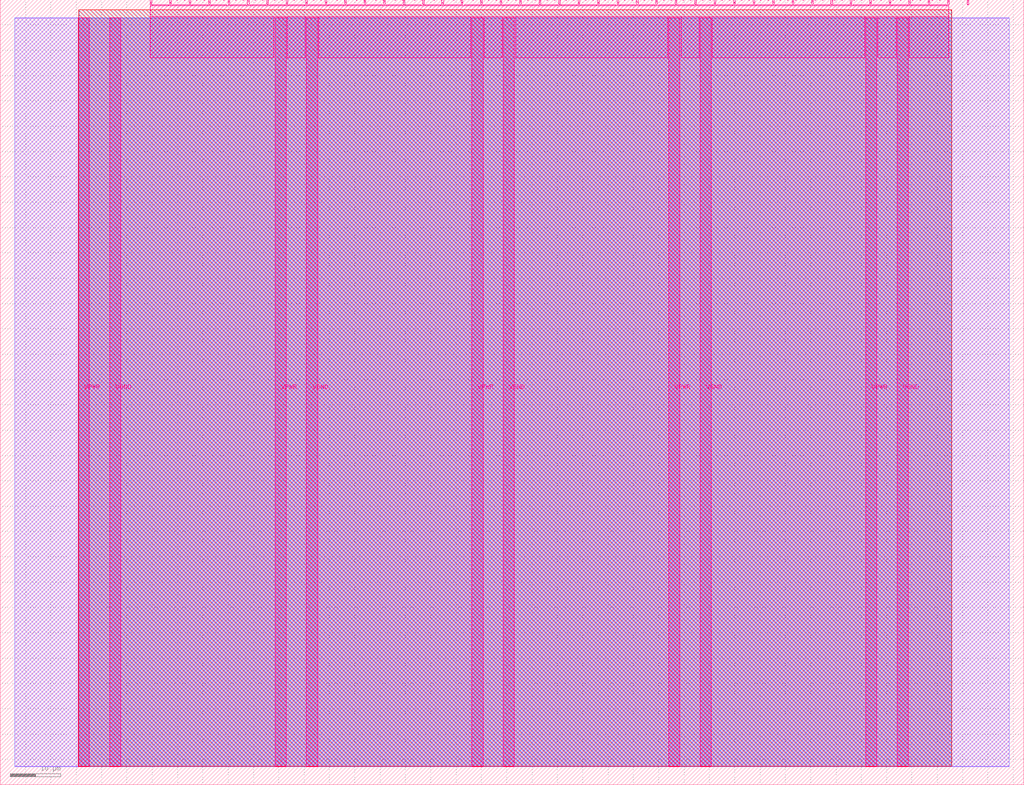
<source format=lef>
VERSION 5.7 ;
  NOWIREEXTENSIONATPIN ON ;
  DIVIDERCHAR "/" ;
  BUSBITCHARS "[]" ;
MACRO tt_um_wokwi_413387093939376129
  CLASS BLOCK ;
  FOREIGN tt_um_wokwi_413387093939376129 ;
  ORIGIN 0.000 0.000 ;
  SIZE 202.080 BY 154.980 ;
  PIN VGND
    DIRECTION INOUT ;
    USE GROUND ;
    PORT
      LAYER Metal5 ;
        RECT 21.580 3.560 23.780 151.420 ;
    END
    PORT
      LAYER Metal5 ;
        RECT 60.450 3.560 62.650 151.420 ;
    END
    PORT
      LAYER Metal5 ;
        RECT 99.320 3.560 101.520 151.420 ;
    END
    PORT
      LAYER Metal5 ;
        RECT 138.190 3.560 140.390 151.420 ;
    END
    PORT
      LAYER Metal5 ;
        RECT 177.060 3.560 179.260 151.420 ;
    END
  END VGND
  PIN VPWR
    DIRECTION INOUT ;
    USE POWER ;
    PORT
      LAYER Metal5 ;
        RECT 15.380 3.560 17.580 151.420 ;
    END
    PORT
      LAYER Metal5 ;
        RECT 54.250 3.560 56.450 151.420 ;
    END
    PORT
      LAYER Metal5 ;
        RECT 93.120 3.560 95.320 151.420 ;
    END
    PORT
      LAYER Metal5 ;
        RECT 131.990 3.560 134.190 151.420 ;
    END
    PORT
      LAYER Metal5 ;
        RECT 170.860 3.560 173.060 151.420 ;
    END
  END VPWR
  PIN clk
    DIRECTION INPUT ;
    USE SIGNAL ;
    ANTENNAGATEAREA 0.226200 ;
    PORT
      LAYER Metal5 ;
        RECT 187.050 153.980 187.350 154.980 ;
    END
  END clk
  PIN ena
    DIRECTION INPUT ;
    USE SIGNAL ;
    PORT
      LAYER Metal5 ;
        RECT 190.890 153.980 191.190 154.980 ;
    END
  END ena
  PIN rst_n
    DIRECTION INPUT ;
    USE SIGNAL ;
    PORT
      LAYER Metal5 ;
        RECT 183.210 153.980 183.510 154.980 ;
    END
  END rst_n
  PIN ui_in[0]
    DIRECTION INPUT ;
    USE SIGNAL ;
    ANTENNAGATEAREA 0.213200 ;
    PORT
      LAYER Metal5 ;
        RECT 179.370 153.980 179.670 154.980 ;
    END
  END ui_in[0]
  PIN ui_in[1]
    DIRECTION INPUT ;
    USE SIGNAL ;
    ANTENNAGATEAREA 0.180700 ;
    PORT
      LAYER Metal5 ;
        RECT 175.530 153.980 175.830 154.980 ;
    END
  END ui_in[1]
  PIN ui_in[2]
    DIRECTION INPUT ;
    USE SIGNAL ;
    ANTENNAGATEAREA 0.213200 ;
    PORT
      LAYER Metal5 ;
        RECT 171.690 153.980 171.990 154.980 ;
    END
  END ui_in[2]
  PIN ui_in[3]
    DIRECTION INPUT ;
    USE SIGNAL ;
    ANTENNAGATEAREA 0.180700 ;
    PORT
      LAYER Metal5 ;
        RECT 167.850 153.980 168.150 154.980 ;
    END
  END ui_in[3]
  PIN ui_in[4]
    DIRECTION INPUT ;
    USE SIGNAL ;
    ANTENNAGATEAREA 0.180700 ;
    PORT
      LAYER Metal5 ;
        RECT 164.010 153.980 164.310 154.980 ;
    END
  END ui_in[4]
  PIN ui_in[5]
    DIRECTION INPUT ;
    USE SIGNAL ;
    ANTENNAGATEAREA 0.180700 ;
    PORT
      LAYER Metal5 ;
        RECT 160.170 153.980 160.470 154.980 ;
    END
  END ui_in[5]
  PIN ui_in[6]
    DIRECTION INPUT ;
    USE SIGNAL ;
    ANTENNAGATEAREA 0.180700 ;
    PORT
      LAYER Metal5 ;
        RECT 156.330 153.980 156.630 154.980 ;
    END
  END ui_in[6]
  PIN ui_in[7]
    DIRECTION INPUT ;
    USE SIGNAL ;
    ANTENNAGATEAREA 0.180700 ;
    PORT
      LAYER Metal5 ;
        RECT 152.490 153.980 152.790 154.980 ;
    END
  END ui_in[7]
  PIN uio_in[0]
    DIRECTION INPUT ;
    USE SIGNAL ;
    PORT
      LAYER Metal5 ;
        RECT 148.650 153.980 148.950 154.980 ;
    END
  END uio_in[0]
  PIN uio_in[1]
    DIRECTION INPUT ;
    USE SIGNAL ;
    PORT
      LAYER Metal5 ;
        RECT 144.810 153.980 145.110 154.980 ;
    END
  END uio_in[1]
  PIN uio_in[2]
    DIRECTION INPUT ;
    USE SIGNAL ;
    PORT
      LAYER Metal5 ;
        RECT 140.970 153.980 141.270 154.980 ;
    END
  END uio_in[2]
  PIN uio_in[3]
    DIRECTION INPUT ;
    USE SIGNAL ;
    PORT
      LAYER Metal5 ;
        RECT 137.130 153.980 137.430 154.980 ;
    END
  END uio_in[3]
  PIN uio_in[4]
    DIRECTION INPUT ;
    USE SIGNAL ;
    PORT
      LAYER Metal5 ;
        RECT 133.290 153.980 133.590 154.980 ;
    END
  END uio_in[4]
  PIN uio_in[5]
    DIRECTION INPUT ;
    USE SIGNAL ;
    PORT
      LAYER Metal5 ;
        RECT 129.450 153.980 129.750 154.980 ;
    END
  END uio_in[5]
  PIN uio_in[6]
    DIRECTION INPUT ;
    USE SIGNAL ;
    PORT
      LAYER Metal5 ;
        RECT 125.610 153.980 125.910 154.980 ;
    END
  END uio_in[6]
  PIN uio_in[7]
    DIRECTION INPUT ;
    USE SIGNAL ;
    PORT
      LAYER Metal5 ;
        RECT 121.770 153.980 122.070 154.980 ;
    END
  END uio_in[7]
  PIN uio_oe[0]
    DIRECTION OUTPUT ;
    USE SIGNAL ;
    ANTENNADIFFAREA 0.299200 ;
    PORT
      LAYER Metal5 ;
        RECT 56.490 153.980 56.790 154.980 ;
    END
  END uio_oe[0]
  PIN uio_oe[1]
    DIRECTION OUTPUT ;
    USE SIGNAL ;
    ANTENNADIFFAREA 0.299200 ;
    PORT
      LAYER Metal5 ;
        RECT 52.650 153.980 52.950 154.980 ;
    END
  END uio_oe[1]
  PIN uio_oe[2]
    DIRECTION OUTPUT ;
    USE SIGNAL ;
    ANTENNADIFFAREA 0.299200 ;
    PORT
      LAYER Metal5 ;
        RECT 48.810 153.980 49.110 154.980 ;
    END
  END uio_oe[2]
  PIN uio_oe[3]
    DIRECTION OUTPUT ;
    USE SIGNAL ;
    ANTENNADIFFAREA 0.299200 ;
    PORT
      LAYER Metal5 ;
        RECT 44.970 153.980 45.270 154.980 ;
    END
  END uio_oe[3]
  PIN uio_oe[4]
    DIRECTION OUTPUT ;
    USE SIGNAL ;
    ANTENNADIFFAREA 0.299200 ;
    PORT
      LAYER Metal5 ;
        RECT 41.130 153.980 41.430 154.980 ;
    END
  END uio_oe[4]
  PIN uio_oe[5]
    DIRECTION OUTPUT ;
    USE SIGNAL ;
    ANTENNADIFFAREA 0.299200 ;
    PORT
      LAYER Metal5 ;
        RECT 37.290 153.980 37.590 154.980 ;
    END
  END uio_oe[5]
  PIN uio_oe[6]
    DIRECTION OUTPUT ;
    USE SIGNAL ;
    ANTENNADIFFAREA 0.299200 ;
    PORT
      LAYER Metal5 ;
        RECT 33.450 153.980 33.750 154.980 ;
    END
  END uio_oe[6]
  PIN uio_oe[7]
    DIRECTION OUTPUT ;
    USE SIGNAL ;
    ANTENNADIFFAREA 0.299200 ;
    PORT
      LAYER Metal5 ;
        RECT 29.610 153.980 29.910 154.980 ;
    END
  END uio_oe[7]
  PIN uio_out[0]
    DIRECTION OUTPUT ;
    USE SIGNAL ;
    ANTENNADIFFAREA 0.299200 ;
    PORT
      LAYER Metal5 ;
        RECT 87.210 153.980 87.510 154.980 ;
    END
  END uio_out[0]
  PIN uio_out[1]
    DIRECTION OUTPUT ;
    USE SIGNAL ;
    ANTENNADIFFAREA 0.299200 ;
    PORT
      LAYER Metal5 ;
        RECT 83.370 153.980 83.670 154.980 ;
    END
  END uio_out[1]
  PIN uio_out[2]
    DIRECTION OUTPUT ;
    USE SIGNAL ;
    ANTENNADIFFAREA 0.299200 ;
    PORT
      LAYER Metal5 ;
        RECT 79.530 153.980 79.830 154.980 ;
    END
  END uio_out[2]
  PIN uio_out[3]
    DIRECTION OUTPUT ;
    USE SIGNAL ;
    ANTENNADIFFAREA 0.299200 ;
    PORT
      LAYER Metal5 ;
        RECT 75.690 153.980 75.990 154.980 ;
    END
  END uio_out[3]
  PIN uio_out[4]
    DIRECTION OUTPUT ;
    USE SIGNAL ;
    ANTENNADIFFAREA 0.299200 ;
    PORT
      LAYER Metal5 ;
        RECT 71.850 153.980 72.150 154.980 ;
    END
  END uio_out[4]
  PIN uio_out[5]
    DIRECTION OUTPUT ;
    USE SIGNAL ;
    ANTENNADIFFAREA 0.299200 ;
    PORT
      LAYER Metal5 ;
        RECT 68.010 153.980 68.310 154.980 ;
    END
  END uio_out[5]
  PIN uio_out[6]
    DIRECTION OUTPUT ;
    USE SIGNAL ;
    ANTENNADIFFAREA 0.299200 ;
    PORT
      LAYER Metal5 ;
        RECT 64.170 153.980 64.470 154.980 ;
    END
  END uio_out[6]
  PIN uio_out[7]
    DIRECTION OUTPUT ;
    USE SIGNAL ;
    ANTENNADIFFAREA 0.299200 ;
    PORT
      LAYER Metal5 ;
        RECT 60.330 153.980 60.630 154.980 ;
    END
  END uio_out[7]
  PIN uo_out[0]
    DIRECTION OUTPUT ;
    USE SIGNAL ;
    ANTENNADIFFAREA 0.654800 ;
    PORT
      LAYER Metal5 ;
        RECT 117.930 153.980 118.230 154.980 ;
    END
  END uo_out[0]
  PIN uo_out[1]
    DIRECTION OUTPUT ;
    USE SIGNAL ;
    ANTENNADIFFAREA 0.654800 ;
    PORT
      LAYER Metal5 ;
        RECT 114.090 153.980 114.390 154.980 ;
    END
  END uo_out[1]
  PIN uo_out[2]
    DIRECTION OUTPUT ;
    USE SIGNAL ;
    ANTENNADIFFAREA 0.654800 ;
    PORT
      LAYER Metal5 ;
        RECT 110.250 153.980 110.550 154.980 ;
    END
  END uo_out[2]
  PIN uo_out[3]
    DIRECTION OUTPUT ;
    USE SIGNAL ;
    ANTENNADIFFAREA 0.654800 ;
    PORT
      LAYER Metal5 ;
        RECT 106.410 153.980 106.710 154.980 ;
    END
  END uo_out[3]
  PIN uo_out[4]
    DIRECTION OUTPUT ;
    USE SIGNAL ;
    ANTENNADIFFAREA 0.654800 ;
    PORT
      LAYER Metal5 ;
        RECT 102.570 153.980 102.870 154.980 ;
    END
  END uo_out[4]
  PIN uo_out[5]
    DIRECTION OUTPUT ;
    USE SIGNAL ;
    ANTENNADIFFAREA 0.654800 ;
    PORT
      LAYER Metal5 ;
        RECT 98.730 153.980 99.030 154.980 ;
    END
  END uo_out[5]
  PIN uo_out[6]
    DIRECTION OUTPUT ;
    USE SIGNAL ;
    ANTENNADIFFAREA 0.654800 ;
    PORT
      LAYER Metal5 ;
        RECT 94.890 153.980 95.190 154.980 ;
    END
  END uo_out[6]
  PIN uo_out[7]
    DIRECTION OUTPUT ;
    USE SIGNAL ;
    ANTENNADIFFAREA 0.654800 ;
    PORT
      LAYER Metal5 ;
        RECT 91.050 153.980 91.350 154.980 ;
    END
  END uo_out[7]
  OBS
      LAYER GatPoly ;
        RECT 2.880 3.630 199.200 151.350 ;
      LAYER Metal1 ;
        RECT 2.880 3.560 199.200 151.420 ;
      LAYER Metal2 ;
        RECT 15.515 3.680 187.825 151.300 ;
      LAYER Metal3 ;
        RECT 15.560 3.635 187.780 153.025 ;
      LAYER Metal4 ;
        RECT 15.515 3.680 187.825 152.980 ;
      LAYER Metal5 ;
        RECT 30.120 153.770 33.240 153.980 ;
        RECT 33.960 153.770 37.080 153.980 ;
        RECT 37.800 153.770 40.920 153.980 ;
        RECT 41.640 153.770 44.760 153.980 ;
        RECT 45.480 153.770 48.600 153.980 ;
        RECT 49.320 153.770 52.440 153.980 ;
        RECT 53.160 153.770 56.280 153.980 ;
        RECT 57.000 153.770 60.120 153.980 ;
        RECT 60.840 153.770 63.960 153.980 ;
        RECT 64.680 153.770 67.800 153.980 ;
        RECT 68.520 153.770 71.640 153.980 ;
        RECT 72.360 153.770 75.480 153.980 ;
        RECT 76.200 153.770 79.320 153.980 ;
        RECT 80.040 153.770 83.160 153.980 ;
        RECT 83.880 153.770 87.000 153.980 ;
        RECT 87.720 153.770 90.840 153.980 ;
        RECT 91.560 153.770 94.680 153.980 ;
        RECT 95.400 153.770 98.520 153.980 ;
        RECT 99.240 153.770 102.360 153.980 ;
        RECT 103.080 153.770 106.200 153.980 ;
        RECT 106.920 153.770 110.040 153.980 ;
        RECT 110.760 153.770 113.880 153.980 ;
        RECT 114.600 153.770 117.720 153.980 ;
        RECT 118.440 153.770 121.560 153.980 ;
        RECT 122.280 153.770 125.400 153.980 ;
        RECT 126.120 153.770 129.240 153.980 ;
        RECT 129.960 153.770 133.080 153.980 ;
        RECT 133.800 153.770 136.920 153.980 ;
        RECT 137.640 153.770 140.760 153.980 ;
        RECT 141.480 153.770 144.600 153.980 ;
        RECT 145.320 153.770 148.440 153.980 ;
        RECT 149.160 153.770 152.280 153.980 ;
        RECT 153.000 153.770 156.120 153.980 ;
        RECT 156.840 153.770 159.960 153.980 ;
        RECT 160.680 153.770 163.800 153.980 ;
        RECT 164.520 153.770 167.640 153.980 ;
        RECT 168.360 153.770 171.480 153.980 ;
        RECT 172.200 153.770 175.320 153.980 ;
        RECT 176.040 153.770 179.160 153.980 ;
        RECT 179.880 153.770 183.000 153.980 ;
        RECT 183.720 153.770 186.840 153.980 ;
        RECT 29.660 151.630 187.300 153.770 ;
        RECT 29.660 143.495 54.040 151.630 ;
        RECT 56.660 143.495 60.240 151.630 ;
        RECT 62.860 143.495 92.910 151.630 ;
        RECT 95.530 143.495 99.110 151.630 ;
        RECT 101.730 143.495 131.780 151.630 ;
        RECT 134.400 143.495 137.980 151.630 ;
        RECT 140.600 143.495 170.650 151.630 ;
        RECT 173.270 143.495 176.850 151.630 ;
        RECT 179.470 143.495 187.300 151.630 ;
  END
END tt_um_wokwi_413387093939376129
END LIBRARY


</source>
